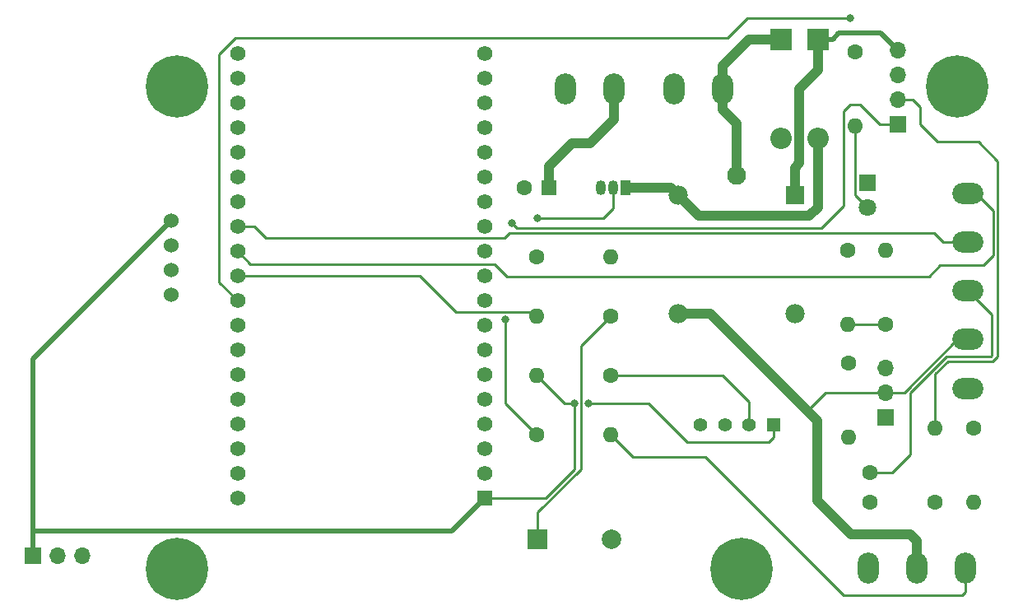
<source format=gbr>
%TF.GenerationSoftware,KiCad,Pcbnew,(5.1.7-0-10_14)*%
%TF.CreationDate,2021-06-29T16:16:18+02:00*%
%TF.ProjectId,NodeMCU32_Multisensor,4e6f6465-4d43-4553-9332-5f4d756c7469,rev?*%
%TF.SameCoordinates,Original*%
%TF.FileFunction,Copper,L1,Top*%
%TF.FilePolarity,Positive*%
%FSLAX46Y46*%
G04 Gerber Fmt 4.6, Leading zero omitted, Abs format (unit mm)*
G04 Created by KiCad (PCBNEW (5.1.7-0-10_14)) date 2021-06-29 16:16:18*
%MOMM*%
%LPD*%
G01*
G04 APERTURE LIST*
%TA.AperFunction,ComponentPad*%
%ADD10O,3.200000X2.200000*%
%TD*%
%TA.AperFunction,ComponentPad*%
%ADD11C,0.800000*%
%TD*%
%TA.AperFunction,ComponentPad*%
%ADD12C,6.400000*%
%TD*%
%TA.AperFunction,ComponentPad*%
%ADD13O,1.600000X1.600000*%
%TD*%
%TA.AperFunction,ComponentPad*%
%ADD14C,1.600000*%
%TD*%
%TA.AperFunction,ComponentPad*%
%ADD15O,1.700000X1.700000*%
%TD*%
%TA.AperFunction,ComponentPad*%
%ADD16R,1.700000X1.700000*%
%TD*%
%TA.AperFunction,ComponentPad*%
%ADD17O,2.200000X3.200000*%
%TD*%
%TA.AperFunction,ComponentPad*%
%ADD18C,1.530000*%
%TD*%
%TA.AperFunction,ComponentPad*%
%ADD19C,1.560000*%
%TD*%
%TA.AperFunction,ComponentPad*%
%ADD20R,1.560000X1.560000*%
%TD*%
%TA.AperFunction,ComponentPad*%
%ADD21R,1.050000X1.500000*%
%TD*%
%TA.AperFunction,ComponentPad*%
%ADD22O,1.050000X1.500000*%
%TD*%
%TA.AperFunction,ComponentPad*%
%ADD23C,1.980000*%
%TD*%
%TA.AperFunction,ComponentPad*%
%ADD24C,1.935000*%
%TD*%
%TA.AperFunction,ComponentPad*%
%ADD25R,1.980000X1.980000*%
%TD*%
%TA.AperFunction,ComponentPad*%
%ADD26C,1.416000*%
%TD*%
%TA.AperFunction,ComponentPad*%
%ADD27R,1.416000X1.416000*%
%TD*%
%TA.AperFunction,ComponentPad*%
%ADD28O,2.200000X2.200000*%
%TD*%
%TA.AperFunction,ComponentPad*%
%ADD29R,2.200000X2.200000*%
%TD*%
%TA.AperFunction,ComponentPad*%
%ADD30C,1.800000*%
%TD*%
%TA.AperFunction,ComponentPad*%
%ADD31R,1.800000X1.800000*%
%TD*%
%TA.AperFunction,ComponentPad*%
%ADD32R,1.600000X1.600000*%
%TD*%
%TA.AperFunction,ComponentPad*%
%ADD33C,2.000000*%
%TD*%
%TA.AperFunction,ComponentPad*%
%ADD34R,2.000000X2.000000*%
%TD*%
%TA.AperFunction,ViaPad*%
%ADD35C,0.800000*%
%TD*%
%TA.AperFunction,Conductor*%
%ADD36C,0.250000*%
%TD*%
%TA.AperFunction,Conductor*%
%ADD37C,1.000000*%
%TD*%
%TA.AperFunction,Conductor*%
%ADD38C,0.500000*%
%TD*%
G04 APERTURE END LIST*
D10*
%TO.P,J7,3*%
%TO.N,+3V3*%
X150087000Y-86825000D03*
%TO.P,J7,4*%
%TO.N,+5V*%
X150087000Y-91825000D03*
%TO.P,J7,5*%
%TO.N,GND*%
X150087000Y-96825000D03*
%TO.P,J7,1*%
%TO.N,ESP.17-SDA*%
X150087000Y-76825000D03*
%TO.P,J7,2*%
%TO.N,ESP.16-SCL*%
X150087000Y-81825000D03*
%TD*%
D11*
%TO.P,H4,1*%
%TO.N,GND*%
X70404056Y-113745944D03*
X68707000Y-113043000D03*
X67009944Y-113745944D03*
X66307000Y-115443000D03*
X67009944Y-117140056D03*
X68707000Y-117843000D03*
X70404056Y-117140056D03*
X71107000Y-115443000D03*
D12*
X68707000Y-115443000D03*
%TD*%
D11*
%TO.P,H3,1*%
%TO.N,GND*%
X70404056Y-64088944D03*
X68707000Y-63386000D03*
X67009944Y-64088944D03*
X66307000Y-65786000D03*
X67009944Y-67483056D03*
X68707000Y-68186000D03*
X70404056Y-67483056D03*
X71107000Y-65786000D03*
D12*
X68707000Y-65786000D03*
%TD*%
D11*
%TO.P,H2,1*%
%TO.N,GND*%
X128443056Y-113745944D03*
X126746000Y-113043000D03*
X125048944Y-113745944D03*
X124346000Y-115443000D03*
X125048944Y-117140056D03*
X126746000Y-117843000D03*
X128443056Y-117140056D03*
X129146000Y-115443000D03*
D12*
X126746000Y-115443000D03*
%TD*%
D11*
%TO.P,H1,1*%
%TO.N,GND*%
X150668056Y-64088944D03*
X148971000Y-63386000D03*
X147273944Y-64088944D03*
X146571000Y-65786000D03*
X147273944Y-67483056D03*
X148971000Y-68186000D03*
X150668056Y-67483056D03*
X151371000Y-65786000D03*
D12*
X148971000Y-65786000D03*
%TD*%
D13*
%TO.P,R11,2*%
%TO.N,ESP.13-DigGas*%
X150622000Y-108585000D03*
D14*
%TO.P,R11,1*%
%TO.N,GND*%
X150622000Y-100965000D03*
%TD*%
D13*
%TO.P,R10,2*%
%TO.N,Net-(J8-Pad2)*%
X146685000Y-100965000D03*
D14*
%TO.P,R10,1*%
%TO.N,ESP.13-DigGas*%
X146685000Y-108585000D03*
%TD*%
D13*
%TO.P,R9,2*%
%TO.N,Net-(J2-Pad1)*%
X113284000Y-101600000D03*
D14*
%TO.P,R9,1*%
%TO.N,ESP.14-NeopixelLED*%
X105664000Y-101600000D03*
%TD*%
D15*
%TO.P,J8,4*%
%TO.N,+5V*%
X142875000Y-62103000D03*
%TO.P,J8,3*%
%TO.N,GND*%
X142875000Y-64643000D03*
%TO.P,J8,2*%
%TO.N,Net-(J8-Pad2)*%
X142875000Y-67183000D03*
D16*
%TO.P,J8,1*%
%TO.N,ESP.32-AnaGas*%
X142875000Y-69723000D03*
%TD*%
D17*
%TO.P,J2,3*%
%TO.N,GND*%
X139813000Y-115316000D03*
%TO.P,J2,2*%
%TO.N,+5V*%
X144813000Y-115316000D03*
%TO.P,J2,1*%
%TO.N,Net-(J2-Pad1)*%
X149813000Y-115316000D03*
%TD*%
D18*
%TO.P,U2,1*%
%TO.N,+3V3*%
X68072000Y-79629000D03*
%TO.P,U2,4*%
%TO.N,GND*%
X68072000Y-87249000D03*
%TO.P,U2,3*%
%TO.N,ESP.21-Ulrtasonic.Echo*%
X68072000Y-84709000D03*
%TO.P,U2,2*%
%TO.N,ESP.22-Ultrasonic.Trigger*%
X68072000Y-82169000D03*
%TD*%
D19*
%TO.P,U1,38*%
%TO.N,Net-(U1-Pad38)*%
X74930000Y-62432000D03*
%TO.P,U1,37*%
%TO.N,Net-(U1-Pad37)*%
X74930000Y-64972000D03*
%TO.P,U1,36*%
%TO.N,Net-(U1-Pad36)*%
X74930000Y-67512000D03*
%TO.P,U1,35*%
%TO.N,Net-(U1-Pad35)*%
X74930000Y-70052000D03*
%TO.P,U1,34*%
%TO.N,Net-(U1-Pad34)*%
X74930000Y-72592000D03*
%TO.P,U1,33*%
%TO.N,Net-(U1-Pad33)*%
X74930000Y-75132000D03*
%TO.P,U1,32*%
%TO.N,Net-(U1-Pad32)*%
X74930000Y-77672000D03*
%TO.P,U1,31*%
%TO.N,ESP.16-SCL*%
X74930000Y-80212000D03*
%TO.P,U1,30*%
%TO.N,ESP.17-SDA*%
X74930000Y-82752000D03*
%TO.P,U1,29*%
%TO.N,ESP.5-Buzzer*%
X74930000Y-85292000D03*
%TO.P,U1,28*%
%TO.N,ESP.18-LED*%
X74930000Y-87832000D03*
%TO.P,U1,27*%
%TO.N,ESP.19-Bewegungsmelder*%
X74930000Y-90372000D03*
%TO.P,U1,26*%
%TO.N,GND*%
X74930000Y-92912000D03*
%TO.P,U1,25*%
%TO.N,ESP.21-Ulrtasonic.Echo*%
X74930000Y-95452000D03*
%TO.P,U1,24*%
%TO.N,Net-(U1-Pad24)*%
X74930000Y-97992000D03*
%TO.P,U1,23*%
%TO.N,Net-(U1-Pad23)*%
X74930000Y-100532000D03*
%TO.P,U1,22*%
%TO.N,ESP.22-Ultrasonic.Trigger*%
X74930000Y-103072000D03*
%TO.P,U1,21*%
%TO.N,ESP.23-DHT22*%
X74930000Y-105612000D03*
%TO.P,U1,20*%
%TO.N,GND*%
X74930000Y-108152000D03*
%TO.P,U1,18*%
%TO.N,Net-(U1-Pad18)*%
X100330000Y-64972000D03*
%TO.P,U1,17*%
%TO.N,Net-(U1-Pad17)*%
X100330000Y-67512000D03*
%TO.P,U1,16*%
%TO.N,Net-(U1-Pad16)*%
X100330000Y-70052000D03*
%TO.P,U1,15*%
%TO.N,ESP.13-DigGas*%
X100330000Y-72592000D03*
%TO.P,U1,14*%
%TO.N,GND*%
X100330000Y-75132000D03*
%TO.P,U1,13*%
%TO.N,ESP.12-Pumpe*%
X100330000Y-77672000D03*
%TO.P,U1,12*%
%TO.N,ESP.14-NeopixelLED*%
X100330000Y-80212000D03*
%TO.P,U1,11*%
%TO.N,Net-(U1-Pad11)*%
X100330000Y-82752000D03*
%TO.P,U1,10*%
%TO.N,Net-(U1-Pad10)*%
X100330000Y-85292000D03*
%TO.P,U1,9*%
%TO.N,Net-(U1-Pad9)*%
X100330000Y-87832000D03*
%TO.P,U1,8*%
%TO.N,Net-(U1-Pad8)*%
X100330000Y-90372000D03*
%TO.P,U1,7*%
%TO.N,ESP.32-AnaGas*%
X100330000Y-92912000D03*
%TO.P,U1,6*%
%TO.N,ESP.35-Helligkeitssensor*%
X100330000Y-95452000D03*
%TO.P,U1,5*%
%TO.N,ESP.34-Feuchtesensor*%
X100330000Y-97992000D03*
%TO.P,U1,4*%
%TO.N,Net-(U1-Pad4)*%
X100330000Y-100532000D03*
%TO.P,U1,3*%
%TO.N,Net-(U1-Pad3)*%
X100330000Y-103072000D03*
%TO.P,U1,19*%
%TO.N,+5V*%
X100330000Y-62432000D03*
%TO.P,U1,2*%
%TO.N,Net-(U1-Pad2)*%
X100330000Y-105612000D03*
D20*
%TO.P,U1,1*%
%TO.N,+3V3*%
X100330000Y-108152000D03*
%TD*%
D13*
%TO.P,R8,2*%
%TO.N,ESP.12-Pumpe*%
X113284000Y-83312000D03*
D14*
%TO.P,R8,1*%
%TO.N,Net-(Q1-Pad2)*%
X105664000Y-83312000D03*
%TD*%
D13*
%TO.P,R7,2*%
%TO.N,Net-(J4-Pad3)*%
X141556000Y-82680000D03*
D14*
%TO.P,R7,1*%
%TO.N,ESP.34-Feuchtesensor*%
X141556000Y-90300000D03*
%TD*%
D13*
%TO.P,R6,2*%
%TO.N,ESP.34-Feuchtesensor*%
X137668000Y-90297000D03*
D14*
%TO.P,R6,1*%
%TO.N,GND*%
X137668000Y-82677000D03*
%TD*%
D13*
%TO.P,R5,2*%
%TO.N,ESP.35-Helligkeitssensor*%
X137795000Y-101854000D03*
D14*
%TO.P,R5,1*%
%TO.N,GND*%
X137795000Y-94234000D03*
%TD*%
%TO.P,R4,2*%
%TO.N,ESP.35-Helligkeitssensor*%
X139954000Y-108537000D03*
%TO.P,R4,1*%
%TO.N,+3V3*%
X139954000Y-105537000D03*
%TD*%
D13*
%TO.P,R3,2*%
%TO.N,+3V3*%
X105664000Y-95504000D03*
D14*
%TO.P,R3,1*%
%TO.N,ESP.23-DHT22*%
X113284000Y-95504000D03*
%TD*%
D13*
%TO.P,R2,2*%
%TO.N,ESP.5-Buzzer*%
X105664000Y-89408000D03*
D14*
%TO.P,R2,1*%
%TO.N,Net-(BZ1-Pad1)*%
X113284000Y-89408000D03*
%TD*%
D13*
%TO.P,R1,2*%
%TO.N,Net-(D1-Pad2)*%
X138430000Y-69850000D03*
D14*
%TO.P,R1,1*%
%TO.N,ESP.18-LED*%
X138430000Y-62230000D03*
%TD*%
D21*
%TO.P,Q1,1*%
%TO.N,Net-(D2-Pad2)*%
X114808000Y-76200000D03*
D22*
%TO.P,Q1,3*%
%TO.N,GND*%
X112268000Y-76200000D03*
%TO.P,Q1,2*%
%TO.N,Net-(Q1-Pad2)*%
X113538000Y-76200000D03*
%TD*%
D23*
%TO.P,K1,NC*%
%TO.N,Net-(K1-PadNC)*%
X132238000Y-89158000D03*
%TO.P,K1,NO*%
%TO.N,+5V*%
X120238000Y-89158000D03*
%TO.P,K1,A2*%
%TO.N,Net-(D2-Pad2)*%
X120238000Y-76958000D03*
D24*
%TO.P,K1,COM*%
%TO.N,Net-(D3-Pad1)*%
X126238000Y-74958000D03*
D25*
%TO.P,K1,A1*%
%TO.N,+5V*%
X132238000Y-76958000D03*
%TD*%
D17*
%TO.P,J6,2*%
%TO.N,GND*%
X108618000Y-66040000D03*
%TO.P,J6,1*%
%TO.N,+5V*%
X113618000Y-66040000D03*
%TD*%
%TO.P,J5,2*%
%TO.N,Net-(D3-Pad1)*%
X124808000Y-66040000D03*
%TO.P,J5,1*%
%TO.N,GND*%
X119808000Y-66040000D03*
%TD*%
D15*
%TO.P,J4,3*%
%TO.N,Net-(J4-Pad3)*%
X141605000Y-94742000D03*
%TO.P,J4,2*%
%TO.N,+5V*%
X141605000Y-97282000D03*
D16*
%TO.P,J4,1*%
%TO.N,GND*%
X141605000Y-99822000D03*
%TD*%
D15*
%TO.P,J3,3*%
%TO.N,GND*%
X58928000Y-114046000D03*
%TO.P,J3,2*%
%TO.N,ESP.19-Bewegungsmelder*%
X56388000Y-114046000D03*
D16*
%TO.P,J3,1*%
%TO.N,+3V3*%
X53848000Y-114046000D03*
%TD*%
D26*
%TO.P,J1,4*%
%TO.N,GND*%
X122548000Y-100584000D03*
%TO.P,J1,3*%
%TO.N,Net-(J1-Pad3)*%
X125048000Y-100584000D03*
%TO.P,J1,2*%
%TO.N,ESP.23-DHT22*%
X127548000Y-100584000D03*
D27*
%TO.P,J1,1*%
%TO.N,+3V3*%
X130048000Y-100584000D03*
%TD*%
D28*
%TO.P,D3,2*%
%TO.N,GND*%
X130810000Y-71120000D03*
D29*
%TO.P,D3,1*%
%TO.N,Net-(D3-Pad1)*%
X130810000Y-60960000D03*
%TD*%
D28*
%TO.P,D2,2*%
%TO.N,Net-(D2-Pad2)*%
X134620000Y-71120000D03*
D29*
%TO.P,D2,1*%
%TO.N,+5V*%
X134620000Y-60960000D03*
%TD*%
D30*
%TO.P,D1,2*%
%TO.N,Net-(D1-Pad2)*%
X139700000Y-78232000D03*
D31*
%TO.P,D1,1*%
%TO.N,GND*%
X139700000Y-75692000D03*
%TD*%
D14*
%TO.P,C1,2*%
%TO.N,GND*%
X104434000Y-76200000D03*
D32*
%TO.P,C1,1*%
%TO.N,+5V*%
X106934000Y-76200000D03*
%TD*%
D33*
%TO.P,BZ1,2*%
%TO.N,GND*%
X113391000Y-112395000D03*
D34*
%TO.P,BZ1,1*%
%TO.N,Net-(BZ1-Pad1)*%
X105791000Y-112395000D03*
%TD*%
D35*
%TO.N,ESP.14-NeopixelLED*%
X102489000Y-89789000D03*
%TO.N,Net-(Q1-Pad2)*%
X105791000Y-79375000D03*
%TO.N,+3V3*%
X109601000Y-98425000D03*
X110998000Y-98425000D03*
%TO.N,ESP.18-LED*%
X137922000Y-58801000D03*
%TO.N,ESP.32-AnaGas*%
X103124000Y-79883000D03*
%TD*%
D36*
%TO.N,Net-(BZ1-Pad1)*%
X105791000Y-112395000D02*
X105791000Y-109601000D01*
X105791000Y-109601000D02*
X110236000Y-105156000D01*
X110236000Y-92456000D02*
X113284000Y-89408000D01*
X110236000Y-105156000D02*
X110236000Y-92456000D01*
D37*
%TO.N,+5V*%
X113618000Y-66040000D02*
X113618000Y-69168000D01*
X113618000Y-69168000D02*
X111158000Y-71628000D01*
X111158000Y-71628000D02*
X109347000Y-71628000D01*
X106934000Y-74041000D02*
X106934000Y-76200000D01*
X109347000Y-71628000D02*
X106934000Y-74041000D01*
X132238000Y-76958000D02*
X132238000Y-74137000D01*
X132238000Y-74137000D02*
X132715000Y-73660000D01*
X132715000Y-73660000D02*
X132715000Y-66040000D01*
X134620000Y-64135000D02*
X134620000Y-60960000D01*
X132715000Y-66040000D02*
X134620000Y-64135000D01*
X123575000Y-89158000D02*
X120238000Y-89158000D01*
D36*
X150087000Y-91825000D02*
X148967000Y-91825000D01*
X143510000Y-97282000D02*
X141605000Y-97282000D01*
X148967000Y-91825000D02*
X143510000Y-97282000D01*
X135382000Y-97282000D02*
X133540500Y-99123500D01*
X141605000Y-97282000D02*
X135382000Y-97282000D01*
D37*
X133540500Y-99123500D02*
X123575000Y-89158000D01*
X134493000Y-100076000D02*
X133540500Y-99123500D01*
X144813000Y-115316000D02*
X144813000Y-112555000D01*
X144813000Y-112555000D02*
X144145000Y-111887000D01*
X144145000Y-111887000D02*
X138049000Y-111887000D01*
X134558010Y-100141010D02*
X134493000Y-100076000D01*
X134558010Y-108396010D02*
X134558010Y-100141010D01*
X138049000Y-111887000D02*
X134558010Y-108396010D01*
D38*
X134620000Y-60960000D02*
X136144000Y-60960000D01*
X136144000Y-60960000D02*
X136779000Y-60325000D01*
X141097000Y-60325000D02*
X142875000Y-62103000D01*
X136779000Y-60325000D02*
X141097000Y-60325000D01*
D36*
%TO.N,Net-(D1-Pad2)*%
X138430000Y-76962000D02*
X139700000Y-78232000D01*
X138430000Y-69850000D02*
X138430000Y-76962000D01*
D37*
%TO.N,Net-(D2-Pad2)*%
X134620000Y-71120000D02*
X134620000Y-78232000D01*
X134620000Y-78232000D02*
X133731000Y-79121000D01*
X122401000Y-79121000D02*
X120238000Y-76958000D01*
X133731000Y-79121000D02*
X122401000Y-79121000D01*
X119480000Y-76200000D02*
X120238000Y-76958000D01*
X114808000Y-76200000D02*
X119480000Y-76200000D01*
D36*
%TO.N,ESP.23-DHT22*%
X113284000Y-95504000D02*
X124841000Y-95504000D01*
X127548000Y-98211000D02*
X127548000Y-100584000D01*
X124841000Y-95504000D02*
X127548000Y-98211000D01*
D38*
%TO.N,+3V3*%
X53848000Y-93853000D02*
X68072000Y-79629000D01*
X96976000Y-111506000D02*
X53848000Y-111506000D01*
X100330000Y-108152000D02*
X96976000Y-111506000D01*
X53848000Y-111506000D02*
X53848000Y-93853000D01*
X53848000Y-114046000D02*
X53848000Y-111506000D01*
D36*
X152527000Y-89265000D02*
X150087000Y-86825000D01*
X144145000Y-103632000D02*
X144145000Y-97283410D01*
X144145000Y-97283410D02*
X147829410Y-93599000D01*
X142240000Y-105537000D02*
X144145000Y-103632000D01*
X147829410Y-93599000D02*
X152400000Y-93599000D01*
X152527000Y-93472000D02*
X152527000Y-89265000D01*
X152400000Y-93599000D02*
X152527000Y-93472000D01*
X139954000Y-105537000D02*
X142240000Y-105537000D01*
X108585000Y-98425000D02*
X109601000Y-98425000D01*
X105664000Y-95504000D02*
X108585000Y-98425000D01*
X110998000Y-98425000D02*
X117221000Y-98425000D01*
X117221000Y-98425000D02*
X121158000Y-102362000D01*
X121158000Y-102362000D02*
X129540000Y-102362000D01*
X130048000Y-101854000D02*
X130048000Y-100584000D01*
X129540000Y-102362000D02*
X130048000Y-101854000D01*
X109601000Y-98425000D02*
X109601000Y-105154590D01*
X106603590Y-108152000D02*
X100330000Y-108152000D01*
X109601000Y-105154590D02*
X106603590Y-108152000D01*
%TO.N,Net-(Q1-Pad2)*%
X112522000Y-79375000D02*
X105791000Y-79375000D01*
X113538000Y-78359000D02*
X112522000Y-79375000D01*
X113538000Y-76200000D02*
X113538000Y-78359000D01*
%TO.N,ESP.18-LED*%
X74930000Y-87832000D02*
X73025000Y-85927000D01*
X73025000Y-85927000D02*
X73025000Y-62484000D01*
X73025000Y-62484000D02*
X74676000Y-60833000D01*
X74676000Y-60833000D02*
X125349000Y-60833000D01*
X125349000Y-60833000D02*
X127381000Y-58801000D01*
X127381000Y-58801000D02*
X137922000Y-58801000D01*
X137922000Y-58801000D02*
X137922000Y-58801000D01*
%TO.N,ESP.5-Buzzer*%
X74930000Y-85292000D02*
X93674000Y-85292000D01*
X93674000Y-85292000D02*
X97409000Y-89027000D01*
X105283000Y-89027000D02*
X105664000Y-89408000D01*
X97409000Y-89027000D02*
X105283000Y-89027000D01*
%TO.N,ESP.34-Feuchtesensor*%
X141553000Y-90297000D02*
X141556000Y-90300000D01*
X137668000Y-90297000D02*
X141553000Y-90297000D01*
D37*
%TO.N,Net-(D3-Pad1)*%
X124808000Y-66040000D02*
X124808000Y-68166000D01*
X126238000Y-69596000D02*
X126238000Y-74958000D01*
X124808000Y-68166000D02*
X126238000Y-69596000D01*
X124808000Y-66040000D02*
X124808000Y-63660000D01*
X127508000Y-60960000D02*
X130810000Y-60960000D01*
X124808000Y-63660000D02*
X127508000Y-60960000D01*
D36*
%TO.N,Net-(J2-Pad1)*%
X149813000Y-115316000D02*
X149098000Y-115316000D01*
X123063000Y-103886000D02*
X115570000Y-103886000D01*
X115570000Y-103886000D02*
X113284000Y-101600000D01*
X149479000Y-118110000D02*
X137287000Y-118110000D01*
X137287000Y-118110000D02*
X123063000Y-103886000D01*
X149813000Y-117776000D02*
X149479000Y-118110000D01*
X149813000Y-115316000D02*
X149813000Y-117776000D01*
%TO.N,ESP.16-SCL*%
X77851000Y-81407000D02*
X76656000Y-80212000D01*
X102362000Y-81407000D02*
X77851000Y-81407000D01*
X76656000Y-80212000D02*
X74930000Y-80212000D01*
X102870000Y-80899000D02*
X102362000Y-81407000D01*
X150087000Y-81825000D02*
X147484000Y-81825000D01*
X147484000Y-81825000D02*
X146558000Y-80899000D01*
X146558000Y-80899000D02*
X102870000Y-80899000D01*
%TO.N,ESP.17-SDA*%
X150087000Y-76825000D02*
X150866000Y-76825000D01*
X150866000Y-76825000D02*
X152654000Y-78613000D01*
X152654000Y-78613000D02*
X152654000Y-83185000D01*
X152654000Y-83185000D02*
X151638000Y-84201000D01*
X147193000Y-84201000D02*
X146050000Y-85344000D01*
X151638000Y-84201000D02*
X147193000Y-84201000D01*
X146050000Y-85344000D02*
X102616000Y-85344000D01*
X102616000Y-85344000D02*
X101346000Y-84074000D01*
X76252000Y-84074000D02*
X74930000Y-82752000D01*
X101346000Y-84074000D02*
X76252000Y-84074000D01*
%TO.N,Net-(J8-Pad2)*%
X152586401Y-94049009D02*
X153104010Y-93531400D01*
X148015810Y-94049010D02*
X152586401Y-94049009D01*
X146685000Y-95379820D02*
X148015810Y-94049010D01*
X153104010Y-93531400D02*
X153104010Y-73475010D01*
X146685000Y-100965000D02*
X146685000Y-95379820D01*
X153104010Y-73475010D02*
X151130000Y-71501000D01*
X151130000Y-71501000D02*
X146939000Y-71501000D01*
X146939000Y-71501000D02*
X145161000Y-69723000D01*
X145161000Y-69723000D02*
X145161000Y-67945000D01*
X144399000Y-67183000D02*
X142875000Y-67183000D01*
X145161000Y-67945000D02*
X144399000Y-67183000D01*
%TO.N,ESP.32-AnaGas*%
X135001000Y-80391000D02*
X112141000Y-80391000D01*
X137287000Y-78105000D02*
X135001000Y-80391000D01*
X137922000Y-67691000D02*
X137287000Y-68326000D01*
X142875000Y-69723000D02*
X140970000Y-69723000D01*
X138938000Y-67691000D02*
X137922000Y-67691000D01*
X140970000Y-69723000D02*
X138938000Y-67691000D01*
X137287000Y-68326000D02*
X137287000Y-78105000D01*
X112141000Y-80391000D02*
X103632000Y-80391000D01*
X103632000Y-80391000D02*
X103124000Y-79883000D01*
X103124000Y-79883000D02*
X103124000Y-79883000D01*
%TO.N,ESP.14-NeopixelLED*%
X105664000Y-101600000D02*
X104013000Y-99949000D01*
X102489000Y-98425000D02*
X102806500Y-98742500D01*
X102489000Y-89789000D02*
X102489000Y-98425000D01*
X102806500Y-98742500D02*
X102616000Y-98552000D01*
X102806500Y-98742500D02*
X104013000Y-99949000D01*
%TD*%
M02*

</source>
